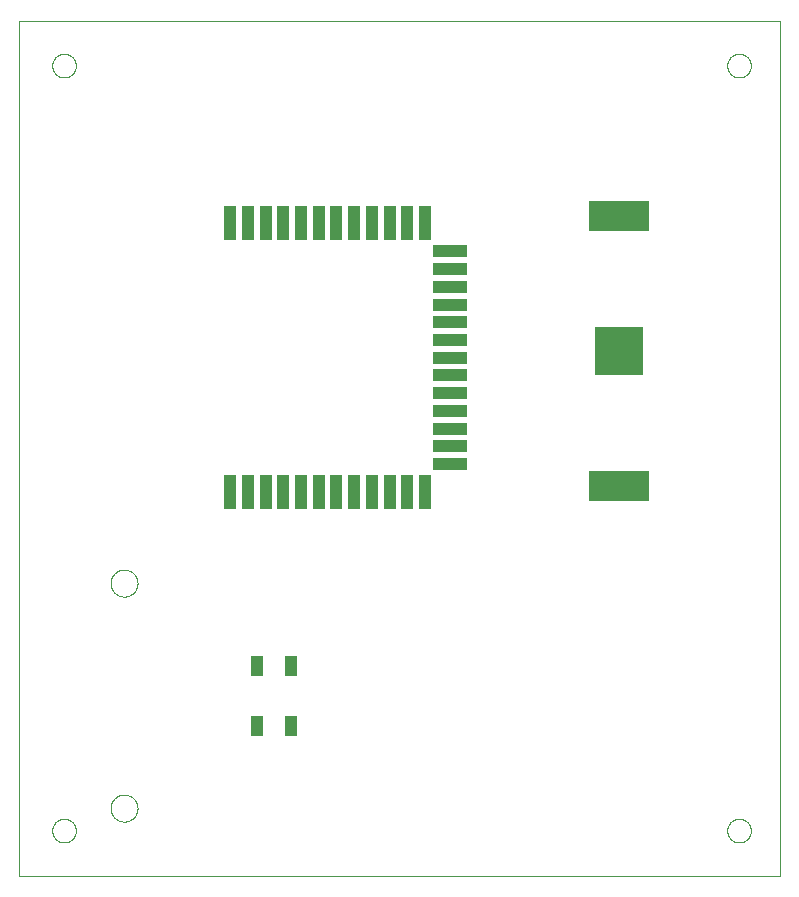
<source format=gtp>
G75*
%MOIN*%
%OFA0B0*%
%FSLAX25Y25*%
%IPPOS*%
%LPD*%
%AMOC8*
5,1,8,0,0,1.08239X$1,22.5*
%
%ADD10C,0.00000*%
%ADD11R,0.03937X0.11811*%
%ADD12R,0.11811X0.03937*%
%ADD13R,0.04400X0.06900*%
%ADD14R,0.16000X0.16000*%
%ADD15R,0.20000X0.10000*%
D10*
X0001000Y0001000D02*
X0001000Y0285961D01*
X0254701Y0285961D01*
X0254701Y0001000D01*
X0001000Y0001000D01*
X0012063Y0016000D02*
X0012065Y0016125D01*
X0012071Y0016250D01*
X0012081Y0016374D01*
X0012095Y0016498D01*
X0012112Y0016622D01*
X0012134Y0016745D01*
X0012160Y0016867D01*
X0012189Y0016989D01*
X0012222Y0017109D01*
X0012260Y0017228D01*
X0012300Y0017347D01*
X0012345Y0017463D01*
X0012393Y0017578D01*
X0012445Y0017692D01*
X0012501Y0017804D01*
X0012560Y0017914D01*
X0012622Y0018022D01*
X0012688Y0018129D01*
X0012757Y0018233D01*
X0012830Y0018334D01*
X0012905Y0018434D01*
X0012984Y0018531D01*
X0013066Y0018625D01*
X0013151Y0018717D01*
X0013238Y0018806D01*
X0013329Y0018892D01*
X0013422Y0018975D01*
X0013518Y0019056D01*
X0013616Y0019133D01*
X0013716Y0019207D01*
X0013819Y0019278D01*
X0013924Y0019345D01*
X0014032Y0019410D01*
X0014141Y0019470D01*
X0014252Y0019528D01*
X0014365Y0019581D01*
X0014479Y0019631D01*
X0014595Y0019678D01*
X0014712Y0019720D01*
X0014831Y0019759D01*
X0014951Y0019795D01*
X0015072Y0019826D01*
X0015194Y0019854D01*
X0015316Y0019877D01*
X0015440Y0019897D01*
X0015564Y0019913D01*
X0015688Y0019925D01*
X0015813Y0019933D01*
X0015938Y0019937D01*
X0016062Y0019937D01*
X0016187Y0019933D01*
X0016312Y0019925D01*
X0016436Y0019913D01*
X0016560Y0019897D01*
X0016684Y0019877D01*
X0016806Y0019854D01*
X0016928Y0019826D01*
X0017049Y0019795D01*
X0017169Y0019759D01*
X0017288Y0019720D01*
X0017405Y0019678D01*
X0017521Y0019631D01*
X0017635Y0019581D01*
X0017748Y0019528D01*
X0017859Y0019470D01*
X0017969Y0019410D01*
X0018076Y0019345D01*
X0018181Y0019278D01*
X0018284Y0019207D01*
X0018384Y0019133D01*
X0018482Y0019056D01*
X0018578Y0018975D01*
X0018671Y0018892D01*
X0018762Y0018806D01*
X0018849Y0018717D01*
X0018934Y0018625D01*
X0019016Y0018531D01*
X0019095Y0018434D01*
X0019170Y0018334D01*
X0019243Y0018233D01*
X0019312Y0018129D01*
X0019378Y0018022D01*
X0019440Y0017914D01*
X0019499Y0017804D01*
X0019555Y0017692D01*
X0019607Y0017578D01*
X0019655Y0017463D01*
X0019700Y0017347D01*
X0019740Y0017228D01*
X0019778Y0017109D01*
X0019811Y0016989D01*
X0019840Y0016867D01*
X0019866Y0016745D01*
X0019888Y0016622D01*
X0019905Y0016498D01*
X0019919Y0016374D01*
X0019929Y0016250D01*
X0019935Y0016125D01*
X0019937Y0016000D01*
X0019935Y0015875D01*
X0019929Y0015750D01*
X0019919Y0015626D01*
X0019905Y0015502D01*
X0019888Y0015378D01*
X0019866Y0015255D01*
X0019840Y0015133D01*
X0019811Y0015011D01*
X0019778Y0014891D01*
X0019740Y0014772D01*
X0019700Y0014653D01*
X0019655Y0014537D01*
X0019607Y0014422D01*
X0019555Y0014308D01*
X0019499Y0014196D01*
X0019440Y0014086D01*
X0019378Y0013978D01*
X0019312Y0013871D01*
X0019243Y0013767D01*
X0019170Y0013666D01*
X0019095Y0013566D01*
X0019016Y0013469D01*
X0018934Y0013375D01*
X0018849Y0013283D01*
X0018762Y0013194D01*
X0018671Y0013108D01*
X0018578Y0013025D01*
X0018482Y0012944D01*
X0018384Y0012867D01*
X0018284Y0012793D01*
X0018181Y0012722D01*
X0018076Y0012655D01*
X0017968Y0012590D01*
X0017859Y0012530D01*
X0017748Y0012472D01*
X0017635Y0012419D01*
X0017521Y0012369D01*
X0017405Y0012322D01*
X0017288Y0012280D01*
X0017169Y0012241D01*
X0017049Y0012205D01*
X0016928Y0012174D01*
X0016806Y0012146D01*
X0016684Y0012123D01*
X0016560Y0012103D01*
X0016436Y0012087D01*
X0016312Y0012075D01*
X0016187Y0012067D01*
X0016062Y0012063D01*
X0015938Y0012063D01*
X0015813Y0012067D01*
X0015688Y0012075D01*
X0015564Y0012087D01*
X0015440Y0012103D01*
X0015316Y0012123D01*
X0015194Y0012146D01*
X0015072Y0012174D01*
X0014951Y0012205D01*
X0014831Y0012241D01*
X0014712Y0012280D01*
X0014595Y0012322D01*
X0014479Y0012369D01*
X0014365Y0012419D01*
X0014252Y0012472D01*
X0014141Y0012530D01*
X0014031Y0012590D01*
X0013924Y0012655D01*
X0013819Y0012722D01*
X0013716Y0012793D01*
X0013616Y0012867D01*
X0013518Y0012944D01*
X0013422Y0013025D01*
X0013329Y0013108D01*
X0013238Y0013194D01*
X0013151Y0013283D01*
X0013066Y0013375D01*
X0012984Y0013469D01*
X0012905Y0013566D01*
X0012830Y0013666D01*
X0012757Y0013767D01*
X0012688Y0013871D01*
X0012622Y0013978D01*
X0012560Y0014086D01*
X0012501Y0014196D01*
X0012445Y0014308D01*
X0012393Y0014422D01*
X0012345Y0014537D01*
X0012300Y0014653D01*
X0012260Y0014772D01*
X0012222Y0014891D01*
X0012189Y0015011D01*
X0012160Y0015133D01*
X0012134Y0015255D01*
X0012112Y0015378D01*
X0012095Y0015502D01*
X0012081Y0015626D01*
X0012071Y0015750D01*
X0012065Y0015875D01*
X0012063Y0016000D01*
X0031500Y0023500D02*
X0031502Y0023634D01*
X0031508Y0023768D01*
X0031518Y0023901D01*
X0031532Y0024035D01*
X0031550Y0024168D01*
X0031572Y0024300D01*
X0031597Y0024431D01*
X0031627Y0024562D01*
X0031661Y0024692D01*
X0031698Y0024820D01*
X0031739Y0024948D01*
X0031784Y0025074D01*
X0031833Y0025199D01*
X0031885Y0025322D01*
X0031941Y0025444D01*
X0032001Y0025564D01*
X0032064Y0025682D01*
X0032131Y0025798D01*
X0032201Y0025912D01*
X0032275Y0026024D01*
X0032352Y0026134D01*
X0032432Y0026242D01*
X0032515Y0026347D01*
X0032601Y0026449D01*
X0032690Y0026549D01*
X0032783Y0026646D01*
X0032878Y0026741D01*
X0032976Y0026832D01*
X0033076Y0026921D01*
X0033179Y0027006D01*
X0033285Y0027089D01*
X0033393Y0027168D01*
X0033503Y0027244D01*
X0033616Y0027317D01*
X0033731Y0027386D01*
X0033847Y0027452D01*
X0033966Y0027514D01*
X0034086Y0027573D01*
X0034209Y0027628D01*
X0034332Y0027680D01*
X0034457Y0027727D01*
X0034584Y0027771D01*
X0034712Y0027812D01*
X0034841Y0027848D01*
X0034971Y0027881D01*
X0035102Y0027909D01*
X0035233Y0027934D01*
X0035366Y0027955D01*
X0035499Y0027972D01*
X0035632Y0027985D01*
X0035766Y0027994D01*
X0035900Y0027999D01*
X0036034Y0028000D01*
X0036167Y0027997D01*
X0036301Y0027990D01*
X0036435Y0027979D01*
X0036568Y0027964D01*
X0036701Y0027945D01*
X0036833Y0027922D01*
X0036964Y0027896D01*
X0037094Y0027865D01*
X0037224Y0027830D01*
X0037352Y0027792D01*
X0037479Y0027750D01*
X0037605Y0027704D01*
X0037730Y0027654D01*
X0037853Y0027601D01*
X0037974Y0027544D01*
X0038094Y0027483D01*
X0038211Y0027419D01*
X0038327Y0027352D01*
X0038441Y0027281D01*
X0038552Y0027206D01*
X0038661Y0027129D01*
X0038768Y0027048D01*
X0038873Y0026964D01*
X0038974Y0026877D01*
X0039074Y0026787D01*
X0039170Y0026694D01*
X0039264Y0026598D01*
X0039355Y0026499D01*
X0039442Y0026398D01*
X0039527Y0026294D01*
X0039609Y0026188D01*
X0039687Y0026080D01*
X0039762Y0025969D01*
X0039834Y0025856D01*
X0039903Y0025740D01*
X0039968Y0025623D01*
X0040029Y0025504D01*
X0040087Y0025383D01*
X0040141Y0025261D01*
X0040192Y0025137D01*
X0040239Y0025011D01*
X0040282Y0024884D01*
X0040321Y0024756D01*
X0040357Y0024627D01*
X0040388Y0024497D01*
X0040416Y0024366D01*
X0040440Y0024234D01*
X0040460Y0024101D01*
X0040476Y0023968D01*
X0040488Y0023835D01*
X0040496Y0023701D01*
X0040500Y0023567D01*
X0040500Y0023433D01*
X0040496Y0023299D01*
X0040488Y0023165D01*
X0040476Y0023032D01*
X0040460Y0022899D01*
X0040440Y0022766D01*
X0040416Y0022634D01*
X0040388Y0022503D01*
X0040357Y0022373D01*
X0040321Y0022244D01*
X0040282Y0022116D01*
X0040239Y0021989D01*
X0040192Y0021863D01*
X0040141Y0021739D01*
X0040087Y0021617D01*
X0040029Y0021496D01*
X0039968Y0021377D01*
X0039903Y0021260D01*
X0039834Y0021144D01*
X0039762Y0021031D01*
X0039687Y0020920D01*
X0039609Y0020812D01*
X0039527Y0020706D01*
X0039442Y0020602D01*
X0039355Y0020501D01*
X0039264Y0020402D01*
X0039170Y0020306D01*
X0039074Y0020213D01*
X0038974Y0020123D01*
X0038873Y0020036D01*
X0038768Y0019952D01*
X0038661Y0019871D01*
X0038552Y0019794D01*
X0038441Y0019719D01*
X0038327Y0019648D01*
X0038211Y0019581D01*
X0038094Y0019517D01*
X0037974Y0019456D01*
X0037853Y0019399D01*
X0037730Y0019346D01*
X0037605Y0019296D01*
X0037479Y0019250D01*
X0037352Y0019208D01*
X0037224Y0019170D01*
X0037094Y0019135D01*
X0036964Y0019104D01*
X0036833Y0019078D01*
X0036701Y0019055D01*
X0036568Y0019036D01*
X0036435Y0019021D01*
X0036301Y0019010D01*
X0036167Y0019003D01*
X0036034Y0019000D01*
X0035900Y0019001D01*
X0035766Y0019006D01*
X0035632Y0019015D01*
X0035499Y0019028D01*
X0035366Y0019045D01*
X0035233Y0019066D01*
X0035102Y0019091D01*
X0034971Y0019119D01*
X0034841Y0019152D01*
X0034712Y0019188D01*
X0034584Y0019229D01*
X0034457Y0019273D01*
X0034332Y0019320D01*
X0034209Y0019372D01*
X0034086Y0019427D01*
X0033966Y0019486D01*
X0033847Y0019548D01*
X0033731Y0019614D01*
X0033616Y0019683D01*
X0033503Y0019756D01*
X0033393Y0019832D01*
X0033285Y0019911D01*
X0033179Y0019994D01*
X0033076Y0020079D01*
X0032976Y0020168D01*
X0032878Y0020259D01*
X0032783Y0020354D01*
X0032690Y0020451D01*
X0032601Y0020551D01*
X0032515Y0020653D01*
X0032432Y0020758D01*
X0032352Y0020866D01*
X0032275Y0020976D01*
X0032201Y0021088D01*
X0032131Y0021202D01*
X0032064Y0021318D01*
X0032001Y0021436D01*
X0031941Y0021556D01*
X0031885Y0021678D01*
X0031833Y0021801D01*
X0031784Y0021926D01*
X0031739Y0022052D01*
X0031698Y0022180D01*
X0031661Y0022308D01*
X0031627Y0022438D01*
X0031597Y0022569D01*
X0031572Y0022700D01*
X0031550Y0022832D01*
X0031532Y0022965D01*
X0031518Y0023099D01*
X0031508Y0023232D01*
X0031502Y0023366D01*
X0031500Y0023500D01*
X0031500Y0098500D02*
X0031502Y0098634D01*
X0031508Y0098768D01*
X0031518Y0098901D01*
X0031532Y0099035D01*
X0031550Y0099168D01*
X0031572Y0099300D01*
X0031597Y0099431D01*
X0031627Y0099562D01*
X0031661Y0099692D01*
X0031698Y0099820D01*
X0031739Y0099948D01*
X0031784Y0100074D01*
X0031833Y0100199D01*
X0031885Y0100322D01*
X0031941Y0100444D01*
X0032001Y0100564D01*
X0032064Y0100682D01*
X0032131Y0100798D01*
X0032201Y0100912D01*
X0032275Y0101024D01*
X0032352Y0101134D01*
X0032432Y0101242D01*
X0032515Y0101347D01*
X0032601Y0101449D01*
X0032690Y0101549D01*
X0032783Y0101646D01*
X0032878Y0101741D01*
X0032976Y0101832D01*
X0033076Y0101921D01*
X0033179Y0102006D01*
X0033285Y0102089D01*
X0033393Y0102168D01*
X0033503Y0102244D01*
X0033616Y0102317D01*
X0033731Y0102386D01*
X0033847Y0102452D01*
X0033966Y0102514D01*
X0034086Y0102573D01*
X0034209Y0102628D01*
X0034332Y0102680D01*
X0034457Y0102727D01*
X0034584Y0102771D01*
X0034712Y0102812D01*
X0034841Y0102848D01*
X0034971Y0102881D01*
X0035102Y0102909D01*
X0035233Y0102934D01*
X0035366Y0102955D01*
X0035499Y0102972D01*
X0035632Y0102985D01*
X0035766Y0102994D01*
X0035900Y0102999D01*
X0036034Y0103000D01*
X0036167Y0102997D01*
X0036301Y0102990D01*
X0036435Y0102979D01*
X0036568Y0102964D01*
X0036701Y0102945D01*
X0036833Y0102922D01*
X0036964Y0102896D01*
X0037094Y0102865D01*
X0037224Y0102830D01*
X0037352Y0102792D01*
X0037479Y0102750D01*
X0037605Y0102704D01*
X0037730Y0102654D01*
X0037853Y0102601D01*
X0037974Y0102544D01*
X0038094Y0102483D01*
X0038211Y0102419D01*
X0038327Y0102352D01*
X0038441Y0102281D01*
X0038552Y0102206D01*
X0038661Y0102129D01*
X0038768Y0102048D01*
X0038873Y0101964D01*
X0038974Y0101877D01*
X0039074Y0101787D01*
X0039170Y0101694D01*
X0039264Y0101598D01*
X0039355Y0101499D01*
X0039442Y0101398D01*
X0039527Y0101294D01*
X0039609Y0101188D01*
X0039687Y0101080D01*
X0039762Y0100969D01*
X0039834Y0100856D01*
X0039903Y0100740D01*
X0039968Y0100623D01*
X0040029Y0100504D01*
X0040087Y0100383D01*
X0040141Y0100261D01*
X0040192Y0100137D01*
X0040239Y0100011D01*
X0040282Y0099884D01*
X0040321Y0099756D01*
X0040357Y0099627D01*
X0040388Y0099497D01*
X0040416Y0099366D01*
X0040440Y0099234D01*
X0040460Y0099101D01*
X0040476Y0098968D01*
X0040488Y0098835D01*
X0040496Y0098701D01*
X0040500Y0098567D01*
X0040500Y0098433D01*
X0040496Y0098299D01*
X0040488Y0098165D01*
X0040476Y0098032D01*
X0040460Y0097899D01*
X0040440Y0097766D01*
X0040416Y0097634D01*
X0040388Y0097503D01*
X0040357Y0097373D01*
X0040321Y0097244D01*
X0040282Y0097116D01*
X0040239Y0096989D01*
X0040192Y0096863D01*
X0040141Y0096739D01*
X0040087Y0096617D01*
X0040029Y0096496D01*
X0039968Y0096377D01*
X0039903Y0096260D01*
X0039834Y0096144D01*
X0039762Y0096031D01*
X0039687Y0095920D01*
X0039609Y0095812D01*
X0039527Y0095706D01*
X0039442Y0095602D01*
X0039355Y0095501D01*
X0039264Y0095402D01*
X0039170Y0095306D01*
X0039074Y0095213D01*
X0038974Y0095123D01*
X0038873Y0095036D01*
X0038768Y0094952D01*
X0038661Y0094871D01*
X0038552Y0094794D01*
X0038441Y0094719D01*
X0038327Y0094648D01*
X0038211Y0094581D01*
X0038094Y0094517D01*
X0037974Y0094456D01*
X0037853Y0094399D01*
X0037730Y0094346D01*
X0037605Y0094296D01*
X0037479Y0094250D01*
X0037352Y0094208D01*
X0037224Y0094170D01*
X0037094Y0094135D01*
X0036964Y0094104D01*
X0036833Y0094078D01*
X0036701Y0094055D01*
X0036568Y0094036D01*
X0036435Y0094021D01*
X0036301Y0094010D01*
X0036167Y0094003D01*
X0036034Y0094000D01*
X0035900Y0094001D01*
X0035766Y0094006D01*
X0035632Y0094015D01*
X0035499Y0094028D01*
X0035366Y0094045D01*
X0035233Y0094066D01*
X0035102Y0094091D01*
X0034971Y0094119D01*
X0034841Y0094152D01*
X0034712Y0094188D01*
X0034584Y0094229D01*
X0034457Y0094273D01*
X0034332Y0094320D01*
X0034209Y0094372D01*
X0034086Y0094427D01*
X0033966Y0094486D01*
X0033847Y0094548D01*
X0033731Y0094614D01*
X0033616Y0094683D01*
X0033503Y0094756D01*
X0033393Y0094832D01*
X0033285Y0094911D01*
X0033179Y0094994D01*
X0033076Y0095079D01*
X0032976Y0095168D01*
X0032878Y0095259D01*
X0032783Y0095354D01*
X0032690Y0095451D01*
X0032601Y0095551D01*
X0032515Y0095653D01*
X0032432Y0095758D01*
X0032352Y0095866D01*
X0032275Y0095976D01*
X0032201Y0096088D01*
X0032131Y0096202D01*
X0032064Y0096318D01*
X0032001Y0096436D01*
X0031941Y0096556D01*
X0031885Y0096678D01*
X0031833Y0096801D01*
X0031784Y0096926D01*
X0031739Y0097052D01*
X0031698Y0097180D01*
X0031661Y0097308D01*
X0031627Y0097438D01*
X0031597Y0097569D01*
X0031572Y0097700D01*
X0031550Y0097832D01*
X0031532Y0097965D01*
X0031518Y0098099D01*
X0031508Y0098232D01*
X0031502Y0098366D01*
X0031500Y0098500D01*
X0012063Y0271000D02*
X0012065Y0271125D01*
X0012071Y0271250D01*
X0012081Y0271374D01*
X0012095Y0271498D01*
X0012112Y0271622D01*
X0012134Y0271745D01*
X0012160Y0271867D01*
X0012189Y0271989D01*
X0012222Y0272109D01*
X0012260Y0272228D01*
X0012300Y0272347D01*
X0012345Y0272463D01*
X0012393Y0272578D01*
X0012445Y0272692D01*
X0012501Y0272804D01*
X0012560Y0272914D01*
X0012622Y0273022D01*
X0012688Y0273129D01*
X0012757Y0273233D01*
X0012830Y0273334D01*
X0012905Y0273434D01*
X0012984Y0273531D01*
X0013066Y0273625D01*
X0013151Y0273717D01*
X0013238Y0273806D01*
X0013329Y0273892D01*
X0013422Y0273975D01*
X0013518Y0274056D01*
X0013616Y0274133D01*
X0013716Y0274207D01*
X0013819Y0274278D01*
X0013924Y0274345D01*
X0014032Y0274410D01*
X0014141Y0274470D01*
X0014252Y0274528D01*
X0014365Y0274581D01*
X0014479Y0274631D01*
X0014595Y0274678D01*
X0014712Y0274720D01*
X0014831Y0274759D01*
X0014951Y0274795D01*
X0015072Y0274826D01*
X0015194Y0274854D01*
X0015316Y0274877D01*
X0015440Y0274897D01*
X0015564Y0274913D01*
X0015688Y0274925D01*
X0015813Y0274933D01*
X0015938Y0274937D01*
X0016062Y0274937D01*
X0016187Y0274933D01*
X0016312Y0274925D01*
X0016436Y0274913D01*
X0016560Y0274897D01*
X0016684Y0274877D01*
X0016806Y0274854D01*
X0016928Y0274826D01*
X0017049Y0274795D01*
X0017169Y0274759D01*
X0017288Y0274720D01*
X0017405Y0274678D01*
X0017521Y0274631D01*
X0017635Y0274581D01*
X0017748Y0274528D01*
X0017859Y0274470D01*
X0017969Y0274410D01*
X0018076Y0274345D01*
X0018181Y0274278D01*
X0018284Y0274207D01*
X0018384Y0274133D01*
X0018482Y0274056D01*
X0018578Y0273975D01*
X0018671Y0273892D01*
X0018762Y0273806D01*
X0018849Y0273717D01*
X0018934Y0273625D01*
X0019016Y0273531D01*
X0019095Y0273434D01*
X0019170Y0273334D01*
X0019243Y0273233D01*
X0019312Y0273129D01*
X0019378Y0273022D01*
X0019440Y0272914D01*
X0019499Y0272804D01*
X0019555Y0272692D01*
X0019607Y0272578D01*
X0019655Y0272463D01*
X0019700Y0272347D01*
X0019740Y0272228D01*
X0019778Y0272109D01*
X0019811Y0271989D01*
X0019840Y0271867D01*
X0019866Y0271745D01*
X0019888Y0271622D01*
X0019905Y0271498D01*
X0019919Y0271374D01*
X0019929Y0271250D01*
X0019935Y0271125D01*
X0019937Y0271000D01*
X0019935Y0270875D01*
X0019929Y0270750D01*
X0019919Y0270626D01*
X0019905Y0270502D01*
X0019888Y0270378D01*
X0019866Y0270255D01*
X0019840Y0270133D01*
X0019811Y0270011D01*
X0019778Y0269891D01*
X0019740Y0269772D01*
X0019700Y0269653D01*
X0019655Y0269537D01*
X0019607Y0269422D01*
X0019555Y0269308D01*
X0019499Y0269196D01*
X0019440Y0269086D01*
X0019378Y0268978D01*
X0019312Y0268871D01*
X0019243Y0268767D01*
X0019170Y0268666D01*
X0019095Y0268566D01*
X0019016Y0268469D01*
X0018934Y0268375D01*
X0018849Y0268283D01*
X0018762Y0268194D01*
X0018671Y0268108D01*
X0018578Y0268025D01*
X0018482Y0267944D01*
X0018384Y0267867D01*
X0018284Y0267793D01*
X0018181Y0267722D01*
X0018076Y0267655D01*
X0017968Y0267590D01*
X0017859Y0267530D01*
X0017748Y0267472D01*
X0017635Y0267419D01*
X0017521Y0267369D01*
X0017405Y0267322D01*
X0017288Y0267280D01*
X0017169Y0267241D01*
X0017049Y0267205D01*
X0016928Y0267174D01*
X0016806Y0267146D01*
X0016684Y0267123D01*
X0016560Y0267103D01*
X0016436Y0267087D01*
X0016312Y0267075D01*
X0016187Y0267067D01*
X0016062Y0267063D01*
X0015938Y0267063D01*
X0015813Y0267067D01*
X0015688Y0267075D01*
X0015564Y0267087D01*
X0015440Y0267103D01*
X0015316Y0267123D01*
X0015194Y0267146D01*
X0015072Y0267174D01*
X0014951Y0267205D01*
X0014831Y0267241D01*
X0014712Y0267280D01*
X0014595Y0267322D01*
X0014479Y0267369D01*
X0014365Y0267419D01*
X0014252Y0267472D01*
X0014141Y0267530D01*
X0014031Y0267590D01*
X0013924Y0267655D01*
X0013819Y0267722D01*
X0013716Y0267793D01*
X0013616Y0267867D01*
X0013518Y0267944D01*
X0013422Y0268025D01*
X0013329Y0268108D01*
X0013238Y0268194D01*
X0013151Y0268283D01*
X0013066Y0268375D01*
X0012984Y0268469D01*
X0012905Y0268566D01*
X0012830Y0268666D01*
X0012757Y0268767D01*
X0012688Y0268871D01*
X0012622Y0268978D01*
X0012560Y0269086D01*
X0012501Y0269196D01*
X0012445Y0269308D01*
X0012393Y0269422D01*
X0012345Y0269537D01*
X0012300Y0269653D01*
X0012260Y0269772D01*
X0012222Y0269891D01*
X0012189Y0270011D01*
X0012160Y0270133D01*
X0012134Y0270255D01*
X0012112Y0270378D01*
X0012095Y0270502D01*
X0012081Y0270626D01*
X0012071Y0270750D01*
X0012065Y0270875D01*
X0012063Y0271000D01*
X0237063Y0271000D02*
X0237065Y0271125D01*
X0237071Y0271250D01*
X0237081Y0271374D01*
X0237095Y0271498D01*
X0237112Y0271622D01*
X0237134Y0271745D01*
X0237160Y0271867D01*
X0237189Y0271989D01*
X0237222Y0272109D01*
X0237260Y0272228D01*
X0237300Y0272347D01*
X0237345Y0272463D01*
X0237393Y0272578D01*
X0237445Y0272692D01*
X0237501Y0272804D01*
X0237560Y0272914D01*
X0237622Y0273022D01*
X0237688Y0273129D01*
X0237757Y0273233D01*
X0237830Y0273334D01*
X0237905Y0273434D01*
X0237984Y0273531D01*
X0238066Y0273625D01*
X0238151Y0273717D01*
X0238238Y0273806D01*
X0238329Y0273892D01*
X0238422Y0273975D01*
X0238518Y0274056D01*
X0238616Y0274133D01*
X0238716Y0274207D01*
X0238819Y0274278D01*
X0238924Y0274345D01*
X0239032Y0274410D01*
X0239141Y0274470D01*
X0239252Y0274528D01*
X0239365Y0274581D01*
X0239479Y0274631D01*
X0239595Y0274678D01*
X0239712Y0274720D01*
X0239831Y0274759D01*
X0239951Y0274795D01*
X0240072Y0274826D01*
X0240194Y0274854D01*
X0240316Y0274877D01*
X0240440Y0274897D01*
X0240564Y0274913D01*
X0240688Y0274925D01*
X0240813Y0274933D01*
X0240938Y0274937D01*
X0241062Y0274937D01*
X0241187Y0274933D01*
X0241312Y0274925D01*
X0241436Y0274913D01*
X0241560Y0274897D01*
X0241684Y0274877D01*
X0241806Y0274854D01*
X0241928Y0274826D01*
X0242049Y0274795D01*
X0242169Y0274759D01*
X0242288Y0274720D01*
X0242405Y0274678D01*
X0242521Y0274631D01*
X0242635Y0274581D01*
X0242748Y0274528D01*
X0242859Y0274470D01*
X0242969Y0274410D01*
X0243076Y0274345D01*
X0243181Y0274278D01*
X0243284Y0274207D01*
X0243384Y0274133D01*
X0243482Y0274056D01*
X0243578Y0273975D01*
X0243671Y0273892D01*
X0243762Y0273806D01*
X0243849Y0273717D01*
X0243934Y0273625D01*
X0244016Y0273531D01*
X0244095Y0273434D01*
X0244170Y0273334D01*
X0244243Y0273233D01*
X0244312Y0273129D01*
X0244378Y0273022D01*
X0244440Y0272914D01*
X0244499Y0272804D01*
X0244555Y0272692D01*
X0244607Y0272578D01*
X0244655Y0272463D01*
X0244700Y0272347D01*
X0244740Y0272228D01*
X0244778Y0272109D01*
X0244811Y0271989D01*
X0244840Y0271867D01*
X0244866Y0271745D01*
X0244888Y0271622D01*
X0244905Y0271498D01*
X0244919Y0271374D01*
X0244929Y0271250D01*
X0244935Y0271125D01*
X0244937Y0271000D01*
X0244935Y0270875D01*
X0244929Y0270750D01*
X0244919Y0270626D01*
X0244905Y0270502D01*
X0244888Y0270378D01*
X0244866Y0270255D01*
X0244840Y0270133D01*
X0244811Y0270011D01*
X0244778Y0269891D01*
X0244740Y0269772D01*
X0244700Y0269653D01*
X0244655Y0269537D01*
X0244607Y0269422D01*
X0244555Y0269308D01*
X0244499Y0269196D01*
X0244440Y0269086D01*
X0244378Y0268978D01*
X0244312Y0268871D01*
X0244243Y0268767D01*
X0244170Y0268666D01*
X0244095Y0268566D01*
X0244016Y0268469D01*
X0243934Y0268375D01*
X0243849Y0268283D01*
X0243762Y0268194D01*
X0243671Y0268108D01*
X0243578Y0268025D01*
X0243482Y0267944D01*
X0243384Y0267867D01*
X0243284Y0267793D01*
X0243181Y0267722D01*
X0243076Y0267655D01*
X0242968Y0267590D01*
X0242859Y0267530D01*
X0242748Y0267472D01*
X0242635Y0267419D01*
X0242521Y0267369D01*
X0242405Y0267322D01*
X0242288Y0267280D01*
X0242169Y0267241D01*
X0242049Y0267205D01*
X0241928Y0267174D01*
X0241806Y0267146D01*
X0241684Y0267123D01*
X0241560Y0267103D01*
X0241436Y0267087D01*
X0241312Y0267075D01*
X0241187Y0267067D01*
X0241062Y0267063D01*
X0240938Y0267063D01*
X0240813Y0267067D01*
X0240688Y0267075D01*
X0240564Y0267087D01*
X0240440Y0267103D01*
X0240316Y0267123D01*
X0240194Y0267146D01*
X0240072Y0267174D01*
X0239951Y0267205D01*
X0239831Y0267241D01*
X0239712Y0267280D01*
X0239595Y0267322D01*
X0239479Y0267369D01*
X0239365Y0267419D01*
X0239252Y0267472D01*
X0239141Y0267530D01*
X0239031Y0267590D01*
X0238924Y0267655D01*
X0238819Y0267722D01*
X0238716Y0267793D01*
X0238616Y0267867D01*
X0238518Y0267944D01*
X0238422Y0268025D01*
X0238329Y0268108D01*
X0238238Y0268194D01*
X0238151Y0268283D01*
X0238066Y0268375D01*
X0237984Y0268469D01*
X0237905Y0268566D01*
X0237830Y0268666D01*
X0237757Y0268767D01*
X0237688Y0268871D01*
X0237622Y0268978D01*
X0237560Y0269086D01*
X0237501Y0269196D01*
X0237445Y0269308D01*
X0237393Y0269422D01*
X0237345Y0269537D01*
X0237300Y0269653D01*
X0237260Y0269772D01*
X0237222Y0269891D01*
X0237189Y0270011D01*
X0237160Y0270133D01*
X0237134Y0270255D01*
X0237112Y0270378D01*
X0237095Y0270502D01*
X0237081Y0270626D01*
X0237071Y0270750D01*
X0237065Y0270875D01*
X0237063Y0271000D01*
X0237063Y0016000D02*
X0237065Y0016125D01*
X0237071Y0016250D01*
X0237081Y0016374D01*
X0237095Y0016498D01*
X0237112Y0016622D01*
X0237134Y0016745D01*
X0237160Y0016867D01*
X0237189Y0016989D01*
X0237222Y0017109D01*
X0237260Y0017228D01*
X0237300Y0017347D01*
X0237345Y0017463D01*
X0237393Y0017578D01*
X0237445Y0017692D01*
X0237501Y0017804D01*
X0237560Y0017914D01*
X0237622Y0018022D01*
X0237688Y0018129D01*
X0237757Y0018233D01*
X0237830Y0018334D01*
X0237905Y0018434D01*
X0237984Y0018531D01*
X0238066Y0018625D01*
X0238151Y0018717D01*
X0238238Y0018806D01*
X0238329Y0018892D01*
X0238422Y0018975D01*
X0238518Y0019056D01*
X0238616Y0019133D01*
X0238716Y0019207D01*
X0238819Y0019278D01*
X0238924Y0019345D01*
X0239032Y0019410D01*
X0239141Y0019470D01*
X0239252Y0019528D01*
X0239365Y0019581D01*
X0239479Y0019631D01*
X0239595Y0019678D01*
X0239712Y0019720D01*
X0239831Y0019759D01*
X0239951Y0019795D01*
X0240072Y0019826D01*
X0240194Y0019854D01*
X0240316Y0019877D01*
X0240440Y0019897D01*
X0240564Y0019913D01*
X0240688Y0019925D01*
X0240813Y0019933D01*
X0240938Y0019937D01*
X0241062Y0019937D01*
X0241187Y0019933D01*
X0241312Y0019925D01*
X0241436Y0019913D01*
X0241560Y0019897D01*
X0241684Y0019877D01*
X0241806Y0019854D01*
X0241928Y0019826D01*
X0242049Y0019795D01*
X0242169Y0019759D01*
X0242288Y0019720D01*
X0242405Y0019678D01*
X0242521Y0019631D01*
X0242635Y0019581D01*
X0242748Y0019528D01*
X0242859Y0019470D01*
X0242969Y0019410D01*
X0243076Y0019345D01*
X0243181Y0019278D01*
X0243284Y0019207D01*
X0243384Y0019133D01*
X0243482Y0019056D01*
X0243578Y0018975D01*
X0243671Y0018892D01*
X0243762Y0018806D01*
X0243849Y0018717D01*
X0243934Y0018625D01*
X0244016Y0018531D01*
X0244095Y0018434D01*
X0244170Y0018334D01*
X0244243Y0018233D01*
X0244312Y0018129D01*
X0244378Y0018022D01*
X0244440Y0017914D01*
X0244499Y0017804D01*
X0244555Y0017692D01*
X0244607Y0017578D01*
X0244655Y0017463D01*
X0244700Y0017347D01*
X0244740Y0017228D01*
X0244778Y0017109D01*
X0244811Y0016989D01*
X0244840Y0016867D01*
X0244866Y0016745D01*
X0244888Y0016622D01*
X0244905Y0016498D01*
X0244919Y0016374D01*
X0244929Y0016250D01*
X0244935Y0016125D01*
X0244937Y0016000D01*
X0244935Y0015875D01*
X0244929Y0015750D01*
X0244919Y0015626D01*
X0244905Y0015502D01*
X0244888Y0015378D01*
X0244866Y0015255D01*
X0244840Y0015133D01*
X0244811Y0015011D01*
X0244778Y0014891D01*
X0244740Y0014772D01*
X0244700Y0014653D01*
X0244655Y0014537D01*
X0244607Y0014422D01*
X0244555Y0014308D01*
X0244499Y0014196D01*
X0244440Y0014086D01*
X0244378Y0013978D01*
X0244312Y0013871D01*
X0244243Y0013767D01*
X0244170Y0013666D01*
X0244095Y0013566D01*
X0244016Y0013469D01*
X0243934Y0013375D01*
X0243849Y0013283D01*
X0243762Y0013194D01*
X0243671Y0013108D01*
X0243578Y0013025D01*
X0243482Y0012944D01*
X0243384Y0012867D01*
X0243284Y0012793D01*
X0243181Y0012722D01*
X0243076Y0012655D01*
X0242968Y0012590D01*
X0242859Y0012530D01*
X0242748Y0012472D01*
X0242635Y0012419D01*
X0242521Y0012369D01*
X0242405Y0012322D01*
X0242288Y0012280D01*
X0242169Y0012241D01*
X0242049Y0012205D01*
X0241928Y0012174D01*
X0241806Y0012146D01*
X0241684Y0012123D01*
X0241560Y0012103D01*
X0241436Y0012087D01*
X0241312Y0012075D01*
X0241187Y0012067D01*
X0241062Y0012063D01*
X0240938Y0012063D01*
X0240813Y0012067D01*
X0240688Y0012075D01*
X0240564Y0012087D01*
X0240440Y0012103D01*
X0240316Y0012123D01*
X0240194Y0012146D01*
X0240072Y0012174D01*
X0239951Y0012205D01*
X0239831Y0012241D01*
X0239712Y0012280D01*
X0239595Y0012322D01*
X0239479Y0012369D01*
X0239365Y0012419D01*
X0239252Y0012472D01*
X0239141Y0012530D01*
X0239031Y0012590D01*
X0238924Y0012655D01*
X0238819Y0012722D01*
X0238716Y0012793D01*
X0238616Y0012867D01*
X0238518Y0012944D01*
X0238422Y0013025D01*
X0238329Y0013108D01*
X0238238Y0013194D01*
X0238151Y0013283D01*
X0238066Y0013375D01*
X0237984Y0013469D01*
X0237905Y0013566D01*
X0237830Y0013666D01*
X0237757Y0013767D01*
X0237688Y0013871D01*
X0237622Y0013978D01*
X0237560Y0014086D01*
X0237501Y0014196D01*
X0237445Y0014308D01*
X0237393Y0014422D01*
X0237345Y0014537D01*
X0237300Y0014653D01*
X0237260Y0014772D01*
X0237222Y0014891D01*
X0237189Y0015011D01*
X0237160Y0015133D01*
X0237134Y0015255D01*
X0237112Y0015378D01*
X0237095Y0015502D01*
X0237081Y0015626D01*
X0237071Y0015750D01*
X0237065Y0015875D01*
X0237063Y0016000D01*
D11*
X0136315Y0128953D03*
X0130409Y0128953D03*
X0124504Y0128953D03*
X0118598Y0128953D03*
X0112693Y0128953D03*
X0106787Y0128953D03*
X0100882Y0128953D03*
X0094976Y0128953D03*
X0089071Y0128953D03*
X0083165Y0128953D03*
X0077260Y0128756D03*
X0071354Y0128756D03*
X0071354Y0218520D03*
X0077260Y0218520D03*
X0083165Y0218520D03*
X0089071Y0218520D03*
X0094976Y0218520D03*
X0100882Y0218520D03*
X0106787Y0218520D03*
X0112693Y0218520D03*
X0118598Y0218520D03*
X0124504Y0218520D03*
X0130409Y0218520D03*
X0136315Y0218520D03*
D12*
X0144583Y0209268D03*
X0144583Y0203165D03*
X0144583Y0197260D03*
X0144583Y0191354D03*
X0144583Y0185449D03*
X0144583Y0179543D03*
X0144583Y0173638D03*
X0144583Y0167732D03*
X0144583Y0161827D03*
X0144583Y0155921D03*
X0144583Y0150016D03*
X0144583Y0144110D03*
X0144583Y0138205D03*
D13*
X0091800Y0071000D03*
X0080200Y0071000D03*
X0080200Y0051000D03*
X0091800Y0051000D03*
D14*
X0201000Y0176000D03*
D15*
X0201000Y0131000D03*
X0201000Y0221000D03*
M02*

</source>
